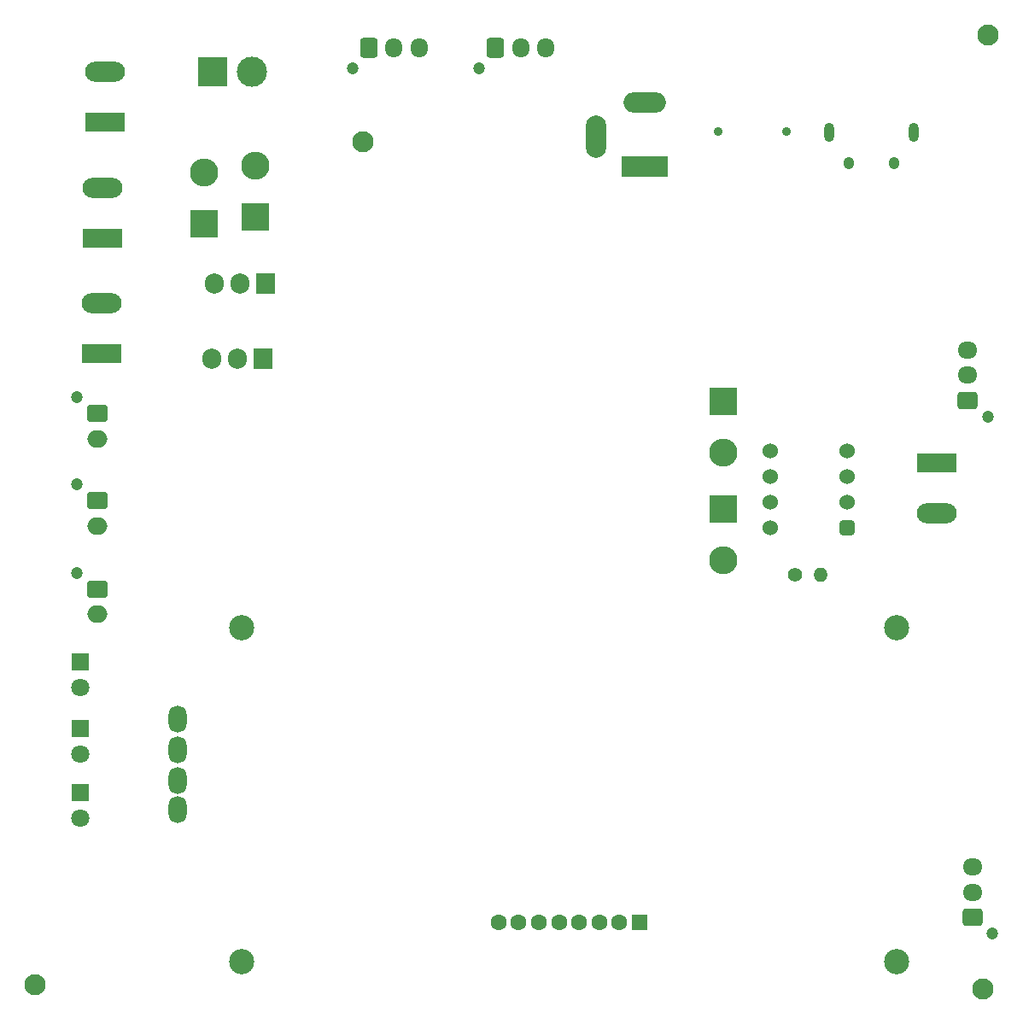
<source format=gbr>
%TF.GenerationSoftware,KiCad,Pcbnew,(6.0.7-1)-1*%
%TF.CreationDate,2022-10-11T16:14:11-05:00*%
%TF.ProjectId,Refill_Dispensary,52656669-6c6c-45f4-9469-7370656e7361,rev?*%
%TF.SameCoordinates,Original*%
%TF.FileFunction,Soldermask,Bot*%
%TF.FilePolarity,Negative*%
%FSLAX46Y46*%
G04 Gerber Fmt 4.6, Leading zero omitted, Abs format (unit mm)*
G04 Created by KiCad (PCBNEW (6.0.7-1)-1) date 2022-10-11 16:14:11*
%MOMM*%
%LPD*%
G01*
G04 APERTURE LIST*
G04 Aperture macros list*
%AMRoundRect*
0 Rectangle with rounded corners*
0 $1 Rounding radius*
0 $2 $3 $4 $5 $6 $7 $8 $9 X,Y pos of 4 corners*
0 Add a 4 corners polygon primitive as box body*
4,1,4,$2,$3,$4,$5,$6,$7,$8,$9,$2,$3,0*
0 Add four circle primitives for the rounded corners*
1,1,$1+$1,$2,$3*
1,1,$1+$1,$4,$5*
1,1,$1+$1,$6,$7*
1,1,$1+$1,$8,$9*
0 Add four rect primitives between the rounded corners*
20,1,$1+$1,$2,$3,$4,$5,0*
20,1,$1+$1,$4,$5,$6,$7,0*
20,1,$1+$1,$6,$7,$8,$9,0*
20,1,$1+$1,$8,$9,$2,$3,0*%
G04 Aperture macros list end*
%ADD10R,2.800000X2.800000*%
%ADD11O,2.800000X2.800000*%
%ADD12C,2.500000*%
%ADD13R,1.600000X1.600000*%
%ADD14C,1.600000*%
%ADD15O,1.800000X2.700000*%
%ADD16RoundRect,0.381000X0.381000X-0.381000X0.381000X0.381000X-0.381000X0.381000X-0.381000X-0.381000X0*%
%ADD17C,1.524000*%
%ADD18C,1.200000*%
%ADD19RoundRect,0.250000X0.725000X-0.600000X0.725000X0.600000X-0.725000X0.600000X-0.725000X-0.600000X0*%
%ADD20O,1.950000X1.700000*%
%ADD21R,4.600000X2.000000*%
%ADD22O,4.200000X2.000000*%
%ADD23O,2.000000X4.200000*%
%ADD24R,3.000000X3.000000*%
%ADD25C,3.000000*%
%ADD26R,3.960000X1.980000*%
%ADD27O,3.960000X1.980000*%
%ADD28RoundRect,0.250000X-0.600000X-0.725000X0.600000X-0.725000X0.600000X0.725000X-0.600000X0.725000X0*%
%ADD29O,1.700000X1.950000*%
%ADD30R,1.800000X1.800000*%
%ADD31C,1.800000*%
%ADD32C,2.100000*%
%ADD33C,1.400000*%
%ADD34O,1.400000X1.400000*%
%ADD35RoundRect,0.250000X-0.750000X0.600000X-0.750000X-0.600000X0.750000X-0.600000X0.750000X0.600000X0*%
%ADD36O,2.000000X1.700000*%
%ADD37O,1.050000X1.250000*%
%ADD38O,1.000000X1.900000*%
%ADD39C,0.900000*%
%ADD40R,1.905000X2.000000*%
%ADD41O,1.905000X2.000000*%
G04 APERTURE END LIST*
D10*
%TO.C,D6*%
X119077000Y-113391750D03*
D11*
X119077000Y-118471750D03*
%TD*%
D12*
%TO.C,U4*%
X71260000Y-135860000D03*
X71260000Y-168960000D03*
X136260000Y-168960000D03*
X136260000Y-135860000D03*
D13*
X110760000Y-165060000D03*
D14*
X108760000Y-165060000D03*
X106760000Y-165060000D03*
X104760000Y-165060000D03*
X102760000Y-165060000D03*
X100760000Y-165060000D03*
X98760000Y-165060000D03*
X96760000Y-165060000D03*
D15*
X64948800Y-153884400D03*
X64948800Y-144842000D03*
X64948800Y-147890000D03*
X64948800Y-150938000D03*
%TD*%
D16*
%TO.C,U5*%
X131318000Y-125903000D03*
D17*
X131318000Y-123363000D03*
X131318000Y-120823000D03*
X131318000Y-118283000D03*
X123698000Y-118283000D03*
X123698000Y-120823000D03*
X123698000Y-123363000D03*
X123698000Y-125903000D03*
%TD*%
D18*
%TO.C,J14*%
X145256000Y-114884000D03*
D19*
X143256000Y-113284000D03*
D20*
X143256000Y-110784000D03*
X143256000Y-108284000D03*
%TD*%
D21*
%TO.C,J3*%
X111267000Y-90077500D03*
D22*
X111267000Y-83777500D03*
D23*
X106467000Y-87177500D03*
%TD*%
D24*
%TO.C,J4*%
X68412500Y-80700000D03*
D25*
X72292500Y-80700000D03*
%TD*%
D10*
%TO.C,D5*%
X67560000Y-95780051D03*
D11*
X67560000Y-90700051D03*
%TD*%
D26*
%TO.C,J7*%
X57465500Y-97225000D03*
D27*
X57465500Y-92225000D03*
%TD*%
D18*
%TO.C,J9*%
X82290000Y-80345000D03*
D28*
X83890000Y-78345000D03*
D29*
X86390000Y-78345000D03*
X88890000Y-78345000D03*
%TD*%
D26*
%TO.C,J8*%
X57380000Y-108660000D03*
D27*
X57380000Y-103660000D03*
%TD*%
D30*
%TO.C,D3*%
X55325000Y-152150000D03*
D31*
X55325000Y-154690000D03*
%TD*%
D30*
%TO.C,D1*%
X55325000Y-139170000D03*
D31*
X55325000Y-141710000D03*
%TD*%
D32*
%TO.C,H3*%
X145260000Y-77040000D03*
%TD*%
D30*
%TO.C,D2*%
X55325000Y-145800000D03*
D31*
X55325000Y-148340000D03*
%TD*%
D33*
%TO.C,R12*%
X126163000Y-130602000D03*
D34*
X128703000Y-130602000D03*
%TD*%
D18*
%TO.C,J12*%
X54975000Y-112970000D03*
D35*
X56975000Y-114570000D03*
D36*
X56975000Y-117070000D03*
%TD*%
D32*
%TO.C,H4*%
X83300000Y-87660000D03*
%TD*%
%TO.C,H1*%
X50800000Y-171200000D03*
%TD*%
D37*
%TO.C,J1*%
X135956000Y-89750500D03*
D38*
X129556000Y-86750500D03*
D37*
X131506000Y-89750500D03*
D38*
X137906000Y-86750500D03*
%TD*%
D18*
%TO.C,J11*%
X54975000Y-130400000D03*
D35*
X56975000Y-132000000D03*
D36*
X56975000Y-134500000D03*
%TD*%
D39*
%TO.C,SW4*%
X118520000Y-86623500D03*
X125320000Y-86623500D03*
%TD*%
D40*
%TO.C,Q2*%
X73370000Y-109165000D03*
D41*
X70830000Y-109165000D03*
X68290000Y-109165000D03*
%TD*%
D10*
%TO.C,D4*%
X72650000Y-95090000D03*
D11*
X72650000Y-90010000D03*
%TD*%
D26*
%TO.C,J5*%
X57710000Y-85725000D03*
D27*
X57710000Y-80725000D03*
%TD*%
D32*
%TO.C,H2*%
X144770000Y-171640000D03*
%TD*%
D10*
%TO.C,D7*%
X119077000Y-124059750D03*
D11*
X119077000Y-129139750D03*
%TD*%
D18*
%TO.C,J13*%
X145747000Y-166152000D03*
D19*
X143747000Y-164552000D03*
D20*
X143747000Y-162052000D03*
X143747000Y-159552000D03*
%TD*%
D18*
%TO.C,J10*%
X54975000Y-121630000D03*
D35*
X56975000Y-123230000D03*
D36*
X56975000Y-125730000D03*
%TD*%
D26*
%TO.C,J6*%
X140208000Y-119460000D03*
D27*
X140208000Y-124460000D03*
%TD*%
D18*
%TO.C,J2*%
X94870000Y-80345000D03*
D28*
X96470000Y-78345000D03*
D29*
X98970000Y-78345000D03*
X101470000Y-78345000D03*
%TD*%
D40*
%TO.C,Q1*%
X73690000Y-101720000D03*
D41*
X71150000Y-101720000D03*
X68610000Y-101720000D03*
%TD*%
M02*

</source>
